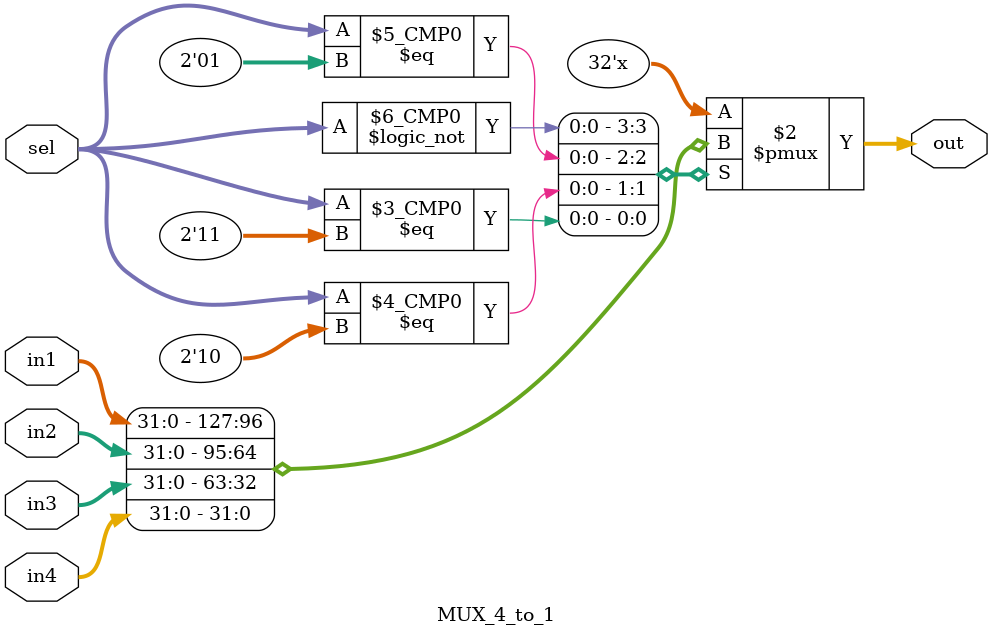
<source format=v>
module MUX_4_to_1
(
  sel,
  in1,
  in2,
  in3,
  in4,
  out
);
  input       [1:0] sel;
  input       [31:0] in1, in2, in3, in4;
  output reg  [31:0] out;

  always@(sel or in1 or in2 or in3 or in4) begin
    out = 0;
    case(sel)
      2'b00: out = in1;
      2'b01: out = in2;
      2'b10: out = in3;
      2'b11: out = in4;
      default: out = 0;
    endcase
  end

endmodule
</source>
